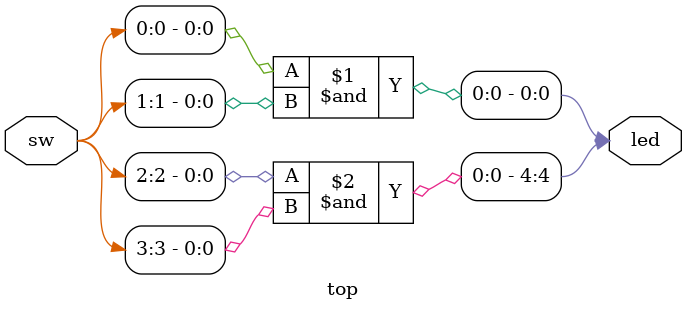
<source format=sv>
module top
	(
		input logic [3:0] sw,
		output logic [15:0] led
	);

	assign led[0] = sw[0] & sw[1];
	assign led[4] = sw[2] & sw[3];

endmodule

</source>
